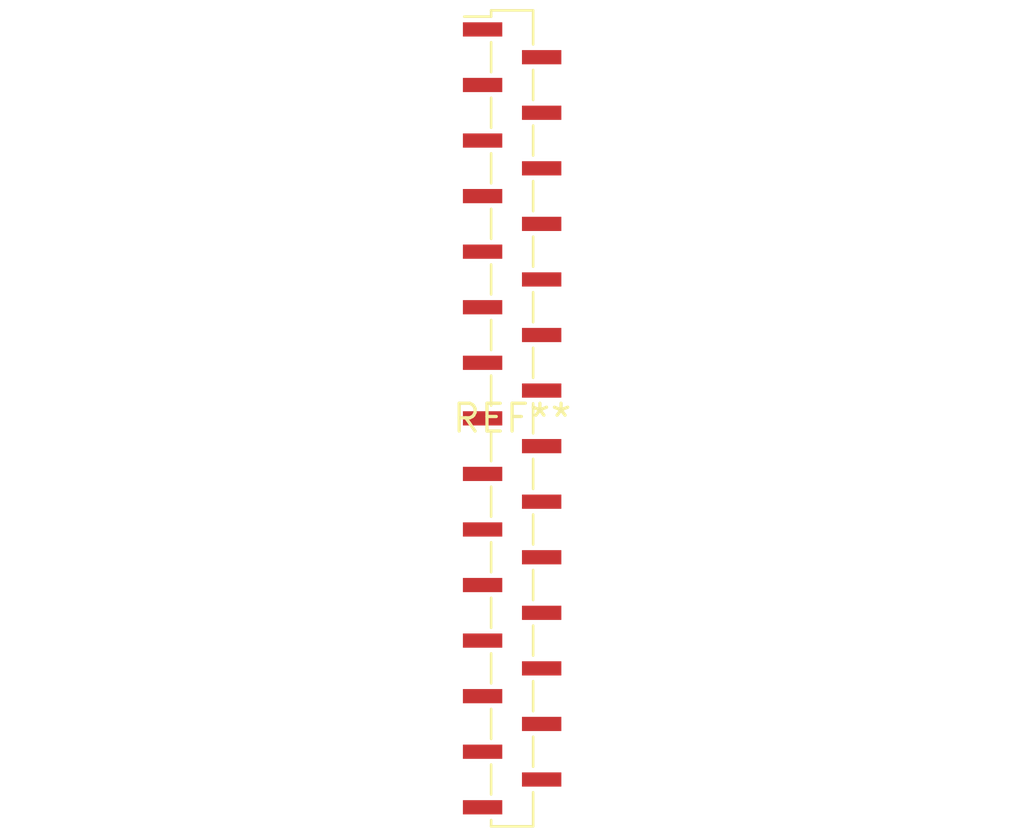
<source format=kicad_pcb>
(kicad_pcb (version 20240108) (generator pcbnew)
  (layers (0 "F.Cu" signal) (31 "B.Cu" signal) (34 "B.Paste" user) (35 "F.Paste" user) (36 "B.SilkS" user "B.Silkscreen") (37 "F.SilkS" user "F.Silkscreen") (38 "B.Mask" user) (39 "F.Mask" user) (44 "Edge.Cuts" user))
  (net 0 "")
  (footprint "PinSocket_1x29_P1.27mm_Vertical_SMD_Pin1Left" (layer "F.Cu") (at 0 0)
    (property "Reference" "REF**")
    (property "Value" "PinSocket_1x29_P1.27mm_Vertical_SMD_Pin1Left")
    (fp_line (start -2.19 -18.365) (end -0.96 -18.365) (layer "F.SilkS") (stroke (width 0.12)))
    (fp_line (start -0.96 -18.65) (end -0.96 -18.365) (layer "F.SilkS") (stroke (width 0.12)))
    (fp_line (start -0.96 -18.65) (end 0.96 -18.65) (layer "F.SilkS") (stroke (width 0.12)))
    (fp_line (start -0.96 -17.195) (end -0.96 -15.825) (layer "F.SilkS") (stroke (width 0.12)))
    (fp_line (start -0.96 -14.655) (end -0.96 -13.285) (layer "F.SilkS") (stroke (width 0.12)))
    (fp_line (start -0.96 -12.115) (end -0.96 -10.745) (layer "F.SilkS") (stroke (width 0.12)))
    (fp_line (start -0.96 -9.575) (end -0.96 -8.205) (layer "F.SilkS") (stroke (width 0.12)))
    (fp_line (start -0.96 -7.035) (end -0.96 -5.665) (layer "F.SilkS") (stroke (width 0.12)))
    (fp_line (start -0.96 -4.495) (end -0.96 -3.125) (layer "F.SilkS") (stroke (width 0.12)))
    (fp_line (start -0.96 -1.955) (end -0.96 -0.585) (layer "F.SilkS") (stroke (width 0.12)))
    (fp_line (start -0.96 0.585) (end -0.96 1.955) (layer "F.SilkS") (stroke (width 0.12)))
    (fp_line (start -0.96 3.125) (end -0.96 4.495) (layer "F.SilkS") (stroke (width 0.12)))
    (fp_line (start -0.96 5.665) (end -0.96 7.035) (layer "F.SilkS") (stroke (width 0.12)))
    (fp_line (start -0.96 8.205) (end -0.96 9.575) (layer "F.SilkS") (stroke (width 0.12)))
    (fp_line (start -0.96 10.745) (end -0.96 12.115) (layer "F.SilkS") (stroke (width 0.12)))
    (fp_line (start -0.96 13.285) (end -0.96 14.655) (layer "F.SilkS") (stroke (width 0.12)))
    (fp_line (start -0.96 15.825) (end -0.96 17.195) (layer "F.SilkS") (stroke (width 0.12)))
    (fp_line (start -0.96 18.365) (end -0.96 18.65) (layer "F.SilkS") (stroke (width 0.12)))
    (fp_line (start -0.96 18.65) (end 0.96 18.65) (layer "F.SilkS") (stroke (width 0.12)))
    (fp_line (start 0.96 -18.65) (end 0.96 -17.095) (layer "F.SilkS") (stroke (width 0.12)))
    (fp_line (start 0.96 -15.925) (end 0.96 -14.555) (layer "F.SilkS") (stroke (width 0.12)))
    (fp_line (start 0.96 -13.385) (end 0.96 -12.015) (layer "F.SilkS") (stroke (width 0.12)))
    (fp_line (start 0.96 -10.845) (end 0.96 -9.475) (layer "F.SilkS") (stroke (width 0.12)))
    (fp_line (start 0.96 -8.305) (end 0.96 -6.935) (layer "F.SilkS") (stroke (width 0.12)))
    (fp_line (start 0.96 -5.765) (end 0.96 -4.395) (layer "F.SilkS") (stroke (width 0.12)))
    (fp_line (start 0.96 -3.225) (end 0.96 -1.855) (layer "F.SilkS") (stroke (width 0.12)))
    (fp_line (start 0.96 -0.685) (end 0.96 0.685) (layer "F.SilkS") (stroke (width 0.12)))
    (fp_line (start 0.96 1.855) (end 0.96 3.225) (layer "F.SilkS") (stroke (width 0.12)))
    (fp_line (start 0.96 4.395) (end 0.96 5.765) (layer "F.SilkS") (stroke (width 0.12)))
    (fp_line (start 0.96 6.935) (end 0.96 8.305) (layer "F.SilkS") (stroke (width 0.12)))
    (fp_line (start 0.96 9.475) (end 0.96 10.845) (layer "F.SilkS") (stroke (width 0.12)))
    (fp_line (start 0.96 12.015) (end 0.96 13.385) (layer "F.SilkS") (stroke (width 0.12)))
    (fp_line (start 0.96 14.555) (end 0.96 15.925) (layer "F.SilkS") (stroke (width 0.12)))
    (fp_line (start 0.96 17.095) (end 0.96 18.65) (layer "F.SilkS") (stroke (width 0.12)))
    (pad "1" smd rect (at -1.35 -17.78) (size 1.8 0.65) (layers "F.Cu" "F.Paste" "F.Mask"))
    (pad "2" smd rect (at 1.35 -16.51) (size 1.8 0.65) (layers "F.Cu" "F.Paste" "F.Mask"))
    (pad "3" smd rect (at -1.35 -15.24) (size 1.8 0.65) (layers "F.Cu" "F.Paste" "F.Mask"))
    (pad "4" smd rect (at 1.35 -13.97) (size 1.8 0.65) (layers "F.Cu" "F.Paste" "F.Mask"))
    (pad "5" smd rect (at -1.35 -12.7) (size 1.8 0.65) (layers "F.Cu" "F.Paste" "F.Mask"))
    (pad "6" smd rect (at 1.35 -11.43) (size 1.8 0.65) (layers "F.Cu" "F.Paste" "F.Mask"))
    (pad "7" smd rect (at -1.35 -10.16) (size 1.8 0.65) (layers "F.Cu" "F.Paste" "F.Mask"))
    (pad "8" smd rect (at 1.35 -8.89) (size 1.8 0.65) (layers "F.Cu" "F.Paste" "F.Mask"))
    (pad "9" smd rect (at -1.35 -7.62) (size 1.8 0.65) (layers "F.Cu" "F.Paste" "F.Mask"))
    (pad "10" smd rect (at 1.35 -6.35) (size 1.8 0.65) (layers "F.Cu" "F.Paste" "F.Mask"))
    (pad "11" smd rect (at -1.35 -5.08) (size 1.8 0.65) (layers "F.Cu" "F.Paste" "F.Mask"))
    (pad "12" smd rect (at 1.35 -3.81) (size 1.8 0.65) (layers "F.Cu" "F.Paste" "F.Mask"))
    (pad "13" smd rect (at -1.35 -2.54) (size 1.8 0.65) (layers "F.Cu" "F.Paste" "F.Mask"))
    (pad "14" smd rect (at 1.35 -1.27) (size 1.8 0.65) (layers "F.Cu" "F.Paste" "F.Mask"))
    (pad "15" smd rect (at -1.35 0) (size 1.8 0.65) (layers "F.Cu" "F.Paste" "F.Mask"))
    (pad "16" smd rect (at 1.35 1.27) (size 1.8 0.65) (layers "F.Cu" "F.Paste" "F.Mask"))
    (pad "17" smd rect (at -1.35 2.54) (size 1.8 0.65) (layers "F.Cu" "F.Paste" "F.Mask"))
    (pad "18" smd rect (at 1.35 3.81) (size 1.8 0.65) (layers "F.Cu" "F.Paste" "F.Mask"))
    (pad "19" smd rect (at -1.35 5.08) (size 1.8 0.65) (layers "F.Cu" "F.Paste" "F.Mask"))
    (pad "20" smd rect (at 1.35 6.35) (size 1.8 0.65) (layers "F.Cu" "F.Paste" "F.Mask"))
    (pad "21" smd rect (at -1.35 7.62) (size 1.8 0.65) (layers "F.Cu" "F.Paste" "F.Mask"))
    (pad "22" smd rect (at 1.35 8.89) (size 1.8 0.65) (layers "F.Cu" "F.Paste" "F.Mask"))
    (pad "23" smd rect (at -1.35 10.16) (size 1.8 0.65) (layers "F.Cu" "F.Paste" "F.Mask"))
    (pad "24" smd rect (at 1.35 11.43) (size 1.8 0.65) (layers "F.Cu" "F.Paste" "F.Mask"))
    (pad "25" smd rect (at -1.35 12.7) (size 1.8 0.65) (layers "F.Cu" "F.Paste" "F.Mask"))
    (pad "26" smd rect (at 1.35 13.97) (size 1.8 0.65) (layers "F.Cu" "F.Paste" "F.Mask"))
    (pad "27" smd rect (at -1.35 15.24) (size 1.8 0.65) (layers "F.Cu" "F.Paste" "F.Mask"))
    (pad "28" smd rect (at 1.35 16.51) (size 1.8 0.65) (layers "F.Cu" "F.Paste" "F.Mask"))
    (pad "29" smd rect (at -1.35 17.78) (size 1.8 0.65) (layers "F.Cu" "F.Paste" "F.Mask"))
  )
)
</source>
